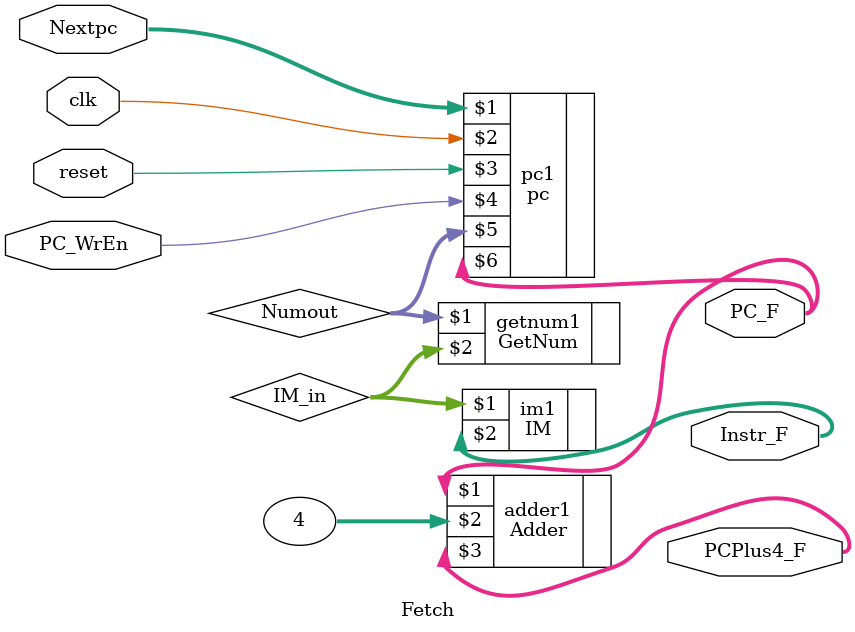
<source format=v>
`timescale 1ns / 1ps
module Fetch(
    input clk,
	 input reset,
	 input PC_WrEn,
    input [31:0] Nextpc,
	 output [31:0] Instr_F,
	 output [31:0] PC_F,
	 output [31:0] PCPlus4_F
    );
wire [31:0] Numout;
wire [11:0] IM_in;
pc pc1(Nextpc,clk,reset,PC_WrEn,Numout,PC_F);
GetNum getnum1(Numout,IM_in);
IM im1(IM_in,Instr_F);
Adder #(32) adder1(PC_F,32'h00000004,PCPlus4_F);
endmodule

</source>
